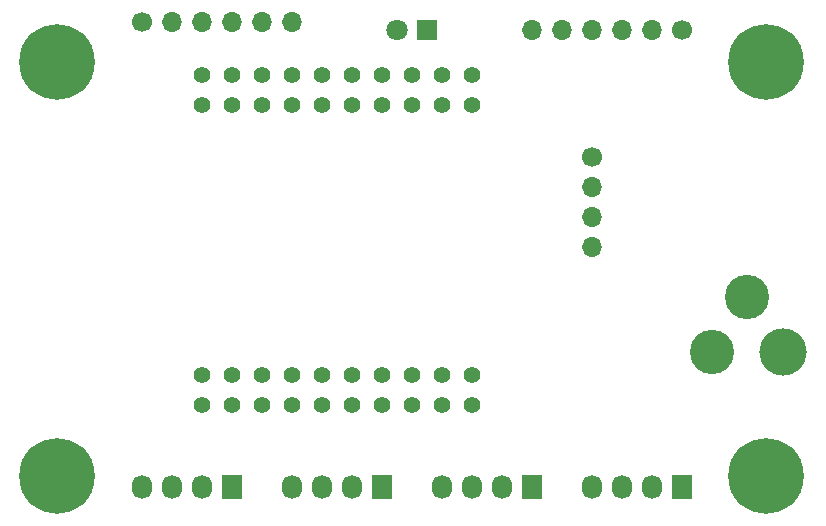
<source format=gbr>
%TF.GenerationSoftware,KiCad,Pcbnew,(5.1.9)-1*%
%TF.CreationDate,2021-03-28T20:40:14+02:00*%
%TF.ProjectId,ESP32_Tasmota_Fan,45535033-325f-4546-9173-6d6f74615f46,rev?*%
%TF.SameCoordinates,Original*%
%TF.FileFunction,Soldermask,Bot*%
%TF.FilePolarity,Negative*%
%FSLAX46Y46*%
G04 Gerber Fmt 4.6, Leading zero omitted, Abs format (unit mm)*
G04 Created by KiCad (PCBNEW (5.1.9)-1) date 2021-03-28 20:40:14*
%MOMM*%
%LPD*%
G01*
G04 APERTURE LIST*
%ADD10C,0.800000*%
%ADD11C,6.400000*%
%ADD12C,3.750000*%
%ADD13C,4.000000*%
%ADD14O,1.700000X1.700000*%
%ADD15C,1.700000*%
%ADD16C,1.800000*%
%ADD17R,1.800000X1.800000*%
%ADD18C,1.400000*%
%ADD19O,1.730000X2.030000*%
%ADD20R,1.730000X2.030000*%
G04 APERTURE END LIST*
D10*
%TO.C,H4*%
X91077056Y-142227944D03*
X89380000Y-141525000D03*
X87682944Y-142227944D03*
X86980000Y-143925000D03*
X87682944Y-145622056D03*
X89380000Y-146325000D03*
X91077056Y-145622056D03*
X91780000Y-143925000D03*
D11*
X89380000Y-143925000D03*
%TD*%
D10*
%TO.C,H3*%
X151077056Y-142227944D03*
X149380000Y-141525000D03*
X147682944Y-142227944D03*
X146980000Y-143925000D03*
X147682944Y-145622056D03*
X149380000Y-146325000D03*
X151077056Y-145622056D03*
X151780000Y-143925000D03*
D11*
X149380000Y-143925000D03*
%TD*%
D10*
%TO.C,H2*%
X151077056Y-107227944D03*
X149380000Y-106525000D03*
X147682944Y-107227944D03*
X146980000Y-108925000D03*
X147682944Y-110622056D03*
X149380000Y-111325000D03*
X151077056Y-110622056D03*
X151780000Y-108925000D03*
D11*
X149380000Y-108925000D03*
%TD*%
D10*
%TO.C,H1*%
X91077056Y-107227944D03*
X89380000Y-106525000D03*
X87682944Y-107227944D03*
X86980000Y-108925000D03*
X87682944Y-110622056D03*
X89380000Y-111325000D03*
X91077056Y-110622056D03*
X91780000Y-108925000D03*
D11*
X89380000Y-108925000D03*
%TD*%
D12*
%TO.C,J6*%
X147780000Y-128795000D03*
D13*
X150780000Y-133495000D03*
D12*
X144780000Y-133495000D03*
%TD*%
D14*
%TO.C,J1*%
X134620000Y-124605000D03*
X134620000Y-122065000D03*
X134620000Y-119525000D03*
D15*
X134620000Y-116985000D03*
%TD*%
D14*
%TO.C,J2*%
X129540000Y-106190000D03*
X132080000Y-106190000D03*
X134620000Y-106190000D03*
X137160000Y-106190000D03*
X139700000Y-106190000D03*
D15*
X142240000Y-106190000D03*
%TD*%
D14*
%TO.C,J8*%
X109220000Y-105555000D03*
X106680000Y-105555000D03*
X104140000Y-105555000D03*
X101600000Y-105555000D03*
X99060000Y-105555000D03*
D15*
X96520000Y-105555000D03*
%TD*%
D16*
%TO.C,D1*%
X118110000Y-106190000D03*
D17*
X120650000Y-106190000D03*
%TD*%
D18*
%TO.C,U1*%
X124460000Y-112540000D03*
X124460000Y-110000000D03*
X121920000Y-110000000D03*
X121920000Y-112540000D03*
X119380000Y-110000000D03*
X119380000Y-112540000D03*
X116840000Y-110000000D03*
X116840000Y-112540000D03*
X114300000Y-110000000D03*
X114300000Y-112540000D03*
X111760000Y-110000000D03*
X111760000Y-112540000D03*
X109220000Y-110000000D03*
X109220000Y-112540000D03*
X106680000Y-110000000D03*
X106680000Y-112540000D03*
X104140000Y-110000000D03*
X104140000Y-112540000D03*
X101600000Y-110000000D03*
X101600000Y-112540000D03*
X124460000Y-135400000D03*
X124460000Y-137940000D03*
X121920000Y-135400000D03*
X121920000Y-137940000D03*
X119380000Y-135400000D03*
X119380000Y-137940000D03*
X116840000Y-135400000D03*
X116840000Y-137940000D03*
X114300000Y-135400000D03*
X114300000Y-137940000D03*
X111760000Y-135400000D03*
X111760000Y-137940000D03*
X109220000Y-135400000D03*
X109220000Y-137940000D03*
X106680000Y-135400000D03*
X106680000Y-137940000D03*
X104140000Y-135400000D03*
X104140000Y-137940000D03*
X101600000Y-135400000D03*
X101600000Y-137940000D03*
%TD*%
D19*
%TO.C,FAN4*%
X134620000Y-144925000D03*
X137160000Y-144925000D03*
X139700000Y-144925000D03*
D20*
X142240000Y-144925000D03*
%TD*%
D19*
%TO.C,FAN3*%
X121920000Y-144925000D03*
X124460000Y-144925000D03*
X127000000Y-144925000D03*
D20*
X129540000Y-144925000D03*
%TD*%
D19*
%TO.C,FAN2*%
X109220000Y-144925000D03*
X111760000Y-144925000D03*
X114300000Y-144925000D03*
D20*
X116840000Y-144925000D03*
%TD*%
D19*
%TO.C,FAN1*%
X96520000Y-144925000D03*
X99060000Y-144925000D03*
X101600000Y-144925000D03*
D20*
X104140000Y-144925000D03*
%TD*%
M02*

</source>
